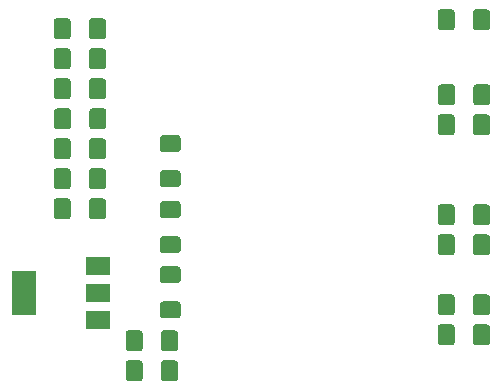
<source format=gbr>
G04 #@! TF.GenerationSoftware,KiCad,Pcbnew,(5.1.5-0-10_14)*
G04 #@! TF.CreationDate,2020-05-14T12:08:37+02:00*
G04 #@! TF.ProjectId,usbasp,75736261-7370-42e6-9b69-6361645f7063,rev?*
G04 #@! TF.SameCoordinates,Original*
G04 #@! TF.FileFunction,Paste,Top*
G04 #@! TF.FilePolarity,Positive*
%FSLAX46Y46*%
G04 Gerber Fmt 4.6, Leading zero omitted, Abs format (unit mm)*
G04 Created by KiCad (PCBNEW (5.1.5-0-10_14)) date 2020-05-14 12:08:37*
%MOMM*%
%LPD*%
G04 APERTURE LIST*
%ADD10C,0.100000*%
%ADD11R,2.000000X3.800000*%
%ADD12R,2.000000X1.500000*%
G04 APERTURE END LIST*
D10*
G36*
X150891504Y-46370204D02*
G01*
X150915773Y-46373804D01*
X150939571Y-46379765D01*
X150962671Y-46388030D01*
X150984849Y-46398520D01*
X151005893Y-46411133D01*
X151025598Y-46425747D01*
X151043777Y-46442223D01*
X151060253Y-46460402D01*
X151074867Y-46480107D01*
X151087480Y-46501151D01*
X151097970Y-46523329D01*
X151106235Y-46546429D01*
X151112196Y-46570227D01*
X151115796Y-46594496D01*
X151117000Y-46619000D01*
X151117000Y-47869000D01*
X151115796Y-47893504D01*
X151112196Y-47917773D01*
X151106235Y-47941571D01*
X151097970Y-47964671D01*
X151087480Y-47986849D01*
X151074867Y-48007893D01*
X151060253Y-48027598D01*
X151043777Y-48045777D01*
X151025598Y-48062253D01*
X151005893Y-48076867D01*
X150984849Y-48089480D01*
X150962671Y-48099970D01*
X150939571Y-48108235D01*
X150915773Y-48114196D01*
X150891504Y-48117796D01*
X150867000Y-48119000D01*
X149942000Y-48119000D01*
X149917496Y-48117796D01*
X149893227Y-48114196D01*
X149869429Y-48108235D01*
X149846329Y-48099970D01*
X149824151Y-48089480D01*
X149803107Y-48076867D01*
X149783402Y-48062253D01*
X149765223Y-48045777D01*
X149748747Y-48027598D01*
X149734133Y-48007893D01*
X149721520Y-47986849D01*
X149711030Y-47964671D01*
X149702765Y-47941571D01*
X149696804Y-47917773D01*
X149693204Y-47893504D01*
X149692000Y-47869000D01*
X149692000Y-46619000D01*
X149693204Y-46594496D01*
X149696804Y-46570227D01*
X149702765Y-46546429D01*
X149711030Y-46523329D01*
X149721520Y-46501151D01*
X149734133Y-46480107D01*
X149748747Y-46460402D01*
X149765223Y-46442223D01*
X149783402Y-46425747D01*
X149803107Y-46411133D01*
X149824151Y-46398520D01*
X149846329Y-46388030D01*
X149869429Y-46379765D01*
X149893227Y-46373804D01*
X149917496Y-46370204D01*
X149942000Y-46369000D01*
X150867000Y-46369000D01*
X150891504Y-46370204D01*
G37*
G36*
X153866504Y-46370204D02*
G01*
X153890773Y-46373804D01*
X153914571Y-46379765D01*
X153937671Y-46388030D01*
X153959849Y-46398520D01*
X153980893Y-46411133D01*
X154000598Y-46425747D01*
X154018777Y-46442223D01*
X154035253Y-46460402D01*
X154049867Y-46480107D01*
X154062480Y-46501151D01*
X154072970Y-46523329D01*
X154081235Y-46546429D01*
X154087196Y-46570227D01*
X154090796Y-46594496D01*
X154092000Y-46619000D01*
X154092000Y-47869000D01*
X154090796Y-47893504D01*
X154087196Y-47917773D01*
X154081235Y-47941571D01*
X154072970Y-47964671D01*
X154062480Y-47986849D01*
X154049867Y-48007893D01*
X154035253Y-48027598D01*
X154018777Y-48045777D01*
X154000598Y-48062253D01*
X153980893Y-48076867D01*
X153959849Y-48089480D01*
X153937671Y-48099970D01*
X153914571Y-48108235D01*
X153890773Y-48114196D01*
X153866504Y-48117796D01*
X153842000Y-48119000D01*
X152917000Y-48119000D01*
X152892496Y-48117796D01*
X152868227Y-48114196D01*
X152844429Y-48108235D01*
X152821329Y-48099970D01*
X152799151Y-48089480D01*
X152778107Y-48076867D01*
X152758402Y-48062253D01*
X152740223Y-48045777D01*
X152723747Y-48027598D01*
X152709133Y-48007893D01*
X152696520Y-47986849D01*
X152686030Y-47964671D01*
X152677765Y-47941571D01*
X152671804Y-47917773D01*
X152668204Y-47893504D01*
X152667000Y-47869000D01*
X152667000Y-46619000D01*
X152668204Y-46594496D01*
X152671804Y-46570227D01*
X152677765Y-46546429D01*
X152686030Y-46523329D01*
X152696520Y-46501151D01*
X152709133Y-46480107D01*
X152723747Y-46460402D01*
X152740223Y-46442223D01*
X152758402Y-46425747D01*
X152778107Y-46411133D01*
X152799151Y-46398520D01*
X152821329Y-46388030D01*
X152844429Y-46379765D01*
X152868227Y-46373804D01*
X152892496Y-46370204D01*
X152917000Y-46369000D01*
X153842000Y-46369000D01*
X153866504Y-46370204D01*
G37*
G36*
X127414004Y-69738204D02*
G01*
X127438273Y-69741804D01*
X127462071Y-69747765D01*
X127485171Y-69756030D01*
X127507349Y-69766520D01*
X127528393Y-69779133D01*
X127548098Y-69793747D01*
X127566277Y-69810223D01*
X127582753Y-69828402D01*
X127597367Y-69848107D01*
X127609980Y-69869151D01*
X127620470Y-69891329D01*
X127628735Y-69914429D01*
X127634696Y-69938227D01*
X127638296Y-69962496D01*
X127639500Y-69987000D01*
X127639500Y-71237000D01*
X127638296Y-71261504D01*
X127634696Y-71285773D01*
X127628735Y-71309571D01*
X127620470Y-71332671D01*
X127609980Y-71354849D01*
X127597367Y-71375893D01*
X127582753Y-71395598D01*
X127566277Y-71413777D01*
X127548098Y-71430253D01*
X127528393Y-71444867D01*
X127507349Y-71457480D01*
X127485171Y-71467970D01*
X127462071Y-71476235D01*
X127438273Y-71482196D01*
X127414004Y-71485796D01*
X127389500Y-71487000D01*
X126464500Y-71487000D01*
X126439996Y-71485796D01*
X126415727Y-71482196D01*
X126391929Y-71476235D01*
X126368829Y-71467970D01*
X126346651Y-71457480D01*
X126325607Y-71444867D01*
X126305902Y-71430253D01*
X126287723Y-71413777D01*
X126271247Y-71395598D01*
X126256633Y-71375893D01*
X126244020Y-71354849D01*
X126233530Y-71332671D01*
X126225265Y-71309571D01*
X126219304Y-71285773D01*
X126215704Y-71261504D01*
X126214500Y-71237000D01*
X126214500Y-69987000D01*
X126215704Y-69962496D01*
X126219304Y-69938227D01*
X126225265Y-69914429D01*
X126233530Y-69891329D01*
X126244020Y-69869151D01*
X126256633Y-69848107D01*
X126271247Y-69828402D01*
X126287723Y-69810223D01*
X126305902Y-69793747D01*
X126325607Y-69779133D01*
X126346651Y-69766520D01*
X126368829Y-69756030D01*
X126391929Y-69747765D01*
X126415727Y-69741804D01*
X126439996Y-69738204D01*
X126464500Y-69737000D01*
X127389500Y-69737000D01*
X127414004Y-69738204D01*
G37*
G36*
X124439004Y-69738204D02*
G01*
X124463273Y-69741804D01*
X124487071Y-69747765D01*
X124510171Y-69756030D01*
X124532349Y-69766520D01*
X124553393Y-69779133D01*
X124573098Y-69793747D01*
X124591277Y-69810223D01*
X124607753Y-69828402D01*
X124622367Y-69848107D01*
X124634980Y-69869151D01*
X124645470Y-69891329D01*
X124653735Y-69914429D01*
X124659696Y-69938227D01*
X124663296Y-69962496D01*
X124664500Y-69987000D01*
X124664500Y-71237000D01*
X124663296Y-71261504D01*
X124659696Y-71285773D01*
X124653735Y-71309571D01*
X124645470Y-71332671D01*
X124634980Y-71354849D01*
X124622367Y-71375893D01*
X124607753Y-71395598D01*
X124591277Y-71413777D01*
X124573098Y-71430253D01*
X124553393Y-71444867D01*
X124532349Y-71457480D01*
X124510171Y-71467970D01*
X124487071Y-71476235D01*
X124463273Y-71482196D01*
X124439004Y-71485796D01*
X124414500Y-71487000D01*
X123489500Y-71487000D01*
X123464996Y-71485796D01*
X123440727Y-71482196D01*
X123416929Y-71476235D01*
X123393829Y-71467970D01*
X123371651Y-71457480D01*
X123350607Y-71444867D01*
X123330902Y-71430253D01*
X123312723Y-71413777D01*
X123296247Y-71395598D01*
X123281633Y-71375893D01*
X123269020Y-71354849D01*
X123258530Y-71332671D01*
X123250265Y-71309571D01*
X123244304Y-71285773D01*
X123240704Y-71261504D01*
X123239500Y-71237000D01*
X123239500Y-69987000D01*
X123240704Y-69962496D01*
X123244304Y-69938227D01*
X123250265Y-69914429D01*
X123258530Y-69891329D01*
X123269020Y-69869151D01*
X123281633Y-69848107D01*
X123296247Y-69828402D01*
X123312723Y-69810223D01*
X123330902Y-69793747D01*
X123350607Y-69779133D01*
X123371651Y-69766520D01*
X123393829Y-69756030D01*
X123416929Y-69747765D01*
X123440727Y-69741804D01*
X123464996Y-69738204D01*
X123489500Y-69737000D01*
X124414500Y-69737000D01*
X124439004Y-69738204D01*
G37*
D11*
X114604000Y-64008000D03*
D12*
X120904000Y-64008000D03*
X120904000Y-61708000D03*
X120904000Y-66308000D03*
D10*
G36*
X118343004Y-53482204D02*
G01*
X118367273Y-53485804D01*
X118391071Y-53491765D01*
X118414171Y-53500030D01*
X118436349Y-53510520D01*
X118457393Y-53523133D01*
X118477098Y-53537747D01*
X118495277Y-53554223D01*
X118511753Y-53572402D01*
X118526367Y-53592107D01*
X118538980Y-53613151D01*
X118549470Y-53635329D01*
X118557735Y-53658429D01*
X118563696Y-53682227D01*
X118567296Y-53706496D01*
X118568500Y-53731000D01*
X118568500Y-54981000D01*
X118567296Y-55005504D01*
X118563696Y-55029773D01*
X118557735Y-55053571D01*
X118549470Y-55076671D01*
X118538980Y-55098849D01*
X118526367Y-55119893D01*
X118511753Y-55139598D01*
X118495277Y-55157777D01*
X118477098Y-55174253D01*
X118457393Y-55188867D01*
X118436349Y-55201480D01*
X118414171Y-55211970D01*
X118391071Y-55220235D01*
X118367273Y-55226196D01*
X118343004Y-55229796D01*
X118318500Y-55231000D01*
X117393500Y-55231000D01*
X117368996Y-55229796D01*
X117344727Y-55226196D01*
X117320929Y-55220235D01*
X117297829Y-55211970D01*
X117275651Y-55201480D01*
X117254607Y-55188867D01*
X117234902Y-55174253D01*
X117216723Y-55157777D01*
X117200247Y-55139598D01*
X117185633Y-55119893D01*
X117173020Y-55098849D01*
X117162530Y-55076671D01*
X117154265Y-55053571D01*
X117148304Y-55029773D01*
X117144704Y-55005504D01*
X117143500Y-54981000D01*
X117143500Y-53731000D01*
X117144704Y-53706496D01*
X117148304Y-53682227D01*
X117154265Y-53658429D01*
X117162530Y-53635329D01*
X117173020Y-53613151D01*
X117185633Y-53592107D01*
X117200247Y-53572402D01*
X117216723Y-53554223D01*
X117234902Y-53537747D01*
X117254607Y-53523133D01*
X117275651Y-53510520D01*
X117297829Y-53500030D01*
X117320929Y-53491765D01*
X117344727Y-53485804D01*
X117368996Y-53482204D01*
X117393500Y-53481000D01*
X118318500Y-53481000D01*
X118343004Y-53482204D01*
G37*
G36*
X121318004Y-53482204D02*
G01*
X121342273Y-53485804D01*
X121366071Y-53491765D01*
X121389171Y-53500030D01*
X121411349Y-53510520D01*
X121432393Y-53523133D01*
X121452098Y-53537747D01*
X121470277Y-53554223D01*
X121486753Y-53572402D01*
X121501367Y-53592107D01*
X121513980Y-53613151D01*
X121524470Y-53635329D01*
X121532735Y-53658429D01*
X121538696Y-53682227D01*
X121542296Y-53706496D01*
X121543500Y-53731000D01*
X121543500Y-54981000D01*
X121542296Y-55005504D01*
X121538696Y-55029773D01*
X121532735Y-55053571D01*
X121524470Y-55076671D01*
X121513980Y-55098849D01*
X121501367Y-55119893D01*
X121486753Y-55139598D01*
X121470277Y-55157777D01*
X121452098Y-55174253D01*
X121432393Y-55188867D01*
X121411349Y-55201480D01*
X121389171Y-55211970D01*
X121366071Y-55220235D01*
X121342273Y-55226196D01*
X121318004Y-55229796D01*
X121293500Y-55231000D01*
X120368500Y-55231000D01*
X120343996Y-55229796D01*
X120319727Y-55226196D01*
X120295929Y-55220235D01*
X120272829Y-55211970D01*
X120250651Y-55201480D01*
X120229607Y-55188867D01*
X120209902Y-55174253D01*
X120191723Y-55157777D01*
X120175247Y-55139598D01*
X120160633Y-55119893D01*
X120148020Y-55098849D01*
X120137530Y-55076671D01*
X120129265Y-55053571D01*
X120123304Y-55029773D01*
X120119704Y-55005504D01*
X120118500Y-54981000D01*
X120118500Y-53731000D01*
X120119704Y-53706496D01*
X120123304Y-53682227D01*
X120129265Y-53658429D01*
X120137530Y-53635329D01*
X120148020Y-53613151D01*
X120160633Y-53592107D01*
X120175247Y-53572402D01*
X120191723Y-53554223D01*
X120209902Y-53537747D01*
X120229607Y-53523133D01*
X120250651Y-53510520D01*
X120272829Y-53500030D01*
X120295929Y-53491765D01*
X120319727Y-53485804D01*
X120343996Y-53482204D01*
X120368500Y-53481000D01*
X121293500Y-53481000D01*
X121318004Y-53482204D01*
G37*
G36*
X118343004Y-56022204D02*
G01*
X118367273Y-56025804D01*
X118391071Y-56031765D01*
X118414171Y-56040030D01*
X118436349Y-56050520D01*
X118457393Y-56063133D01*
X118477098Y-56077747D01*
X118495277Y-56094223D01*
X118511753Y-56112402D01*
X118526367Y-56132107D01*
X118538980Y-56153151D01*
X118549470Y-56175329D01*
X118557735Y-56198429D01*
X118563696Y-56222227D01*
X118567296Y-56246496D01*
X118568500Y-56271000D01*
X118568500Y-57521000D01*
X118567296Y-57545504D01*
X118563696Y-57569773D01*
X118557735Y-57593571D01*
X118549470Y-57616671D01*
X118538980Y-57638849D01*
X118526367Y-57659893D01*
X118511753Y-57679598D01*
X118495277Y-57697777D01*
X118477098Y-57714253D01*
X118457393Y-57728867D01*
X118436349Y-57741480D01*
X118414171Y-57751970D01*
X118391071Y-57760235D01*
X118367273Y-57766196D01*
X118343004Y-57769796D01*
X118318500Y-57771000D01*
X117393500Y-57771000D01*
X117368996Y-57769796D01*
X117344727Y-57766196D01*
X117320929Y-57760235D01*
X117297829Y-57751970D01*
X117275651Y-57741480D01*
X117254607Y-57728867D01*
X117234902Y-57714253D01*
X117216723Y-57697777D01*
X117200247Y-57679598D01*
X117185633Y-57659893D01*
X117173020Y-57638849D01*
X117162530Y-57616671D01*
X117154265Y-57593571D01*
X117148304Y-57569773D01*
X117144704Y-57545504D01*
X117143500Y-57521000D01*
X117143500Y-56271000D01*
X117144704Y-56246496D01*
X117148304Y-56222227D01*
X117154265Y-56198429D01*
X117162530Y-56175329D01*
X117173020Y-56153151D01*
X117185633Y-56132107D01*
X117200247Y-56112402D01*
X117216723Y-56094223D01*
X117234902Y-56077747D01*
X117254607Y-56063133D01*
X117275651Y-56050520D01*
X117297829Y-56040030D01*
X117320929Y-56031765D01*
X117344727Y-56025804D01*
X117368996Y-56022204D01*
X117393500Y-56021000D01*
X118318500Y-56021000D01*
X118343004Y-56022204D01*
G37*
G36*
X121318004Y-56022204D02*
G01*
X121342273Y-56025804D01*
X121366071Y-56031765D01*
X121389171Y-56040030D01*
X121411349Y-56050520D01*
X121432393Y-56063133D01*
X121452098Y-56077747D01*
X121470277Y-56094223D01*
X121486753Y-56112402D01*
X121501367Y-56132107D01*
X121513980Y-56153151D01*
X121524470Y-56175329D01*
X121532735Y-56198429D01*
X121538696Y-56222227D01*
X121542296Y-56246496D01*
X121543500Y-56271000D01*
X121543500Y-57521000D01*
X121542296Y-57545504D01*
X121538696Y-57569773D01*
X121532735Y-57593571D01*
X121524470Y-57616671D01*
X121513980Y-57638849D01*
X121501367Y-57659893D01*
X121486753Y-57679598D01*
X121470277Y-57697777D01*
X121452098Y-57714253D01*
X121432393Y-57728867D01*
X121411349Y-57741480D01*
X121389171Y-57751970D01*
X121366071Y-57760235D01*
X121342273Y-57766196D01*
X121318004Y-57769796D01*
X121293500Y-57771000D01*
X120368500Y-57771000D01*
X120343996Y-57769796D01*
X120319727Y-57766196D01*
X120295929Y-57760235D01*
X120272829Y-57751970D01*
X120250651Y-57741480D01*
X120229607Y-57728867D01*
X120209902Y-57714253D01*
X120191723Y-57697777D01*
X120175247Y-57679598D01*
X120160633Y-57659893D01*
X120148020Y-57638849D01*
X120137530Y-57616671D01*
X120129265Y-57593571D01*
X120123304Y-57569773D01*
X120119704Y-57545504D01*
X120118500Y-57521000D01*
X120118500Y-56271000D01*
X120119704Y-56246496D01*
X120123304Y-56222227D01*
X120129265Y-56198429D01*
X120137530Y-56175329D01*
X120148020Y-56153151D01*
X120160633Y-56132107D01*
X120175247Y-56112402D01*
X120191723Y-56094223D01*
X120209902Y-56077747D01*
X120229607Y-56063133D01*
X120250651Y-56050520D01*
X120272829Y-56040030D01*
X120295929Y-56031765D01*
X120319727Y-56025804D01*
X120343996Y-56022204D01*
X120368500Y-56021000D01*
X121293500Y-56021000D01*
X121318004Y-56022204D01*
G37*
G36*
X127649504Y-50669704D02*
G01*
X127673773Y-50673304D01*
X127697571Y-50679265D01*
X127720671Y-50687530D01*
X127742849Y-50698020D01*
X127763893Y-50710633D01*
X127783598Y-50725247D01*
X127801777Y-50741723D01*
X127818253Y-50759902D01*
X127832867Y-50779607D01*
X127845480Y-50800651D01*
X127855970Y-50822829D01*
X127864235Y-50845929D01*
X127870196Y-50869727D01*
X127873796Y-50893996D01*
X127875000Y-50918500D01*
X127875000Y-51843500D01*
X127873796Y-51868004D01*
X127870196Y-51892273D01*
X127864235Y-51916071D01*
X127855970Y-51939171D01*
X127845480Y-51961349D01*
X127832867Y-51982393D01*
X127818253Y-52002098D01*
X127801777Y-52020277D01*
X127783598Y-52036753D01*
X127763893Y-52051367D01*
X127742849Y-52063980D01*
X127720671Y-52074470D01*
X127697571Y-52082735D01*
X127673773Y-52088696D01*
X127649504Y-52092296D01*
X127625000Y-52093500D01*
X126375000Y-52093500D01*
X126350496Y-52092296D01*
X126326227Y-52088696D01*
X126302429Y-52082735D01*
X126279329Y-52074470D01*
X126257151Y-52063980D01*
X126236107Y-52051367D01*
X126216402Y-52036753D01*
X126198223Y-52020277D01*
X126181747Y-52002098D01*
X126167133Y-51982393D01*
X126154520Y-51961349D01*
X126144030Y-51939171D01*
X126135765Y-51916071D01*
X126129804Y-51892273D01*
X126126204Y-51868004D01*
X126125000Y-51843500D01*
X126125000Y-50918500D01*
X126126204Y-50893996D01*
X126129804Y-50869727D01*
X126135765Y-50845929D01*
X126144030Y-50822829D01*
X126154520Y-50800651D01*
X126167133Y-50779607D01*
X126181747Y-50759902D01*
X126198223Y-50741723D01*
X126216402Y-50725247D01*
X126236107Y-50710633D01*
X126257151Y-50698020D01*
X126279329Y-50687530D01*
X126302429Y-50679265D01*
X126326227Y-50673304D01*
X126350496Y-50669704D01*
X126375000Y-50668500D01*
X127625000Y-50668500D01*
X127649504Y-50669704D01*
G37*
G36*
X127649504Y-53644704D02*
G01*
X127673773Y-53648304D01*
X127697571Y-53654265D01*
X127720671Y-53662530D01*
X127742849Y-53673020D01*
X127763893Y-53685633D01*
X127783598Y-53700247D01*
X127801777Y-53716723D01*
X127818253Y-53734902D01*
X127832867Y-53754607D01*
X127845480Y-53775651D01*
X127855970Y-53797829D01*
X127864235Y-53820929D01*
X127870196Y-53844727D01*
X127873796Y-53868996D01*
X127875000Y-53893500D01*
X127875000Y-54818500D01*
X127873796Y-54843004D01*
X127870196Y-54867273D01*
X127864235Y-54891071D01*
X127855970Y-54914171D01*
X127845480Y-54936349D01*
X127832867Y-54957393D01*
X127818253Y-54977098D01*
X127801777Y-54995277D01*
X127783598Y-55011753D01*
X127763893Y-55026367D01*
X127742849Y-55038980D01*
X127720671Y-55049470D01*
X127697571Y-55057735D01*
X127673773Y-55063696D01*
X127649504Y-55067296D01*
X127625000Y-55068500D01*
X126375000Y-55068500D01*
X126350496Y-55067296D01*
X126326227Y-55063696D01*
X126302429Y-55057735D01*
X126279329Y-55049470D01*
X126257151Y-55038980D01*
X126236107Y-55026367D01*
X126216402Y-55011753D01*
X126198223Y-54995277D01*
X126181747Y-54977098D01*
X126167133Y-54957393D01*
X126154520Y-54936349D01*
X126144030Y-54914171D01*
X126135765Y-54891071D01*
X126129804Y-54867273D01*
X126126204Y-54843004D01*
X126125000Y-54818500D01*
X126125000Y-53893500D01*
X126126204Y-53868996D01*
X126129804Y-53844727D01*
X126135765Y-53820929D01*
X126144030Y-53797829D01*
X126154520Y-53775651D01*
X126167133Y-53754607D01*
X126181747Y-53734902D01*
X126198223Y-53716723D01*
X126216402Y-53700247D01*
X126236107Y-53685633D01*
X126257151Y-53673020D01*
X126279329Y-53662530D01*
X126302429Y-53654265D01*
X126326227Y-53648304D01*
X126350496Y-53644704D01*
X126375000Y-53643500D01*
X127625000Y-53643500D01*
X127649504Y-53644704D01*
G37*
G36*
X127649504Y-61772704D02*
G01*
X127673773Y-61776304D01*
X127697571Y-61782265D01*
X127720671Y-61790530D01*
X127742849Y-61801020D01*
X127763893Y-61813633D01*
X127783598Y-61828247D01*
X127801777Y-61844723D01*
X127818253Y-61862902D01*
X127832867Y-61882607D01*
X127845480Y-61903651D01*
X127855970Y-61925829D01*
X127864235Y-61948929D01*
X127870196Y-61972727D01*
X127873796Y-61996996D01*
X127875000Y-62021500D01*
X127875000Y-62946500D01*
X127873796Y-62971004D01*
X127870196Y-62995273D01*
X127864235Y-63019071D01*
X127855970Y-63042171D01*
X127845480Y-63064349D01*
X127832867Y-63085393D01*
X127818253Y-63105098D01*
X127801777Y-63123277D01*
X127783598Y-63139753D01*
X127763893Y-63154367D01*
X127742849Y-63166980D01*
X127720671Y-63177470D01*
X127697571Y-63185735D01*
X127673773Y-63191696D01*
X127649504Y-63195296D01*
X127625000Y-63196500D01*
X126375000Y-63196500D01*
X126350496Y-63195296D01*
X126326227Y-63191696D01*
X126302429Y-63185735D01*
X126279329Y-63177470D01*
X126257151Y-63166980D01*
X126236107Y-63154367D01*
X126216402Y-63139753D01*
X126198223Y-63123277D01*
X126181747Y-63105098D01*
X126167133Y-63085393D01*
X126154520Y-63064349D01*
X126144030Y-63042171D01*
X126135765Y-63019071D01*
X126129804Y-62995273D01*
X126126204Y-62971004D01*
X126125000Y-62946500D01*
X126125000Y-62021500D01*
X126126204Y-61996996D01*
X126129804Y-61972727D01*
X126135765Y-61948929D01*
X126144030Y-61925829D01*
X126154520Y-61903651D01*
X126167133Y-61882607D01*
X126181747Y-61862902D01*
X126198223Y-61844723D01*
X126216402Y-61828247D01*
X126236107Y-61813633D01*
X126257151Y-61801020D01*
X126279329Y-61790530D01*
X126302429Y-61782265D01*
X126326227Y-61776304D01*
X126350496Y-61772704D01*
X126375000Y-61771500D01*
X127625000Y-61771500D01*
X127649504Y-61772704D01*
G37*
G36*
X127649504Y-64747704D02*
G01*
X127673773Y-64751304D01*
X127697571Y-64757265D01*
X127720671Y-64765530D01*
X127742849Y-64776020D01*
X127763893Y-64788633D01*
X127783598Y-64803247D01*
X127801777Y-64819723D01*
X127818253Y-64837902D01*
X127832867Y-64857607D01*
X127845480Y-64878651D01*
X127855970Y-64900829D01*
X127864235Y-64923929D01*
X127870196Y-64947727D01*
X127873796Y-64971996D01*
X127875000Y-64996500D01*
X127875000Y-65921500D01*
X127873796Y-65946004D01*
X127870196Y-65970273D01*
X127864235Y-65994071D01*
X127855970Y-66017171D01*
X127845480Y-66039349D01*
X127832867Y-66060393D01*
X127818253Y-66080098D01*
X127801777Y-66098277D01*
X127783598Y-66114753D01*
X127763893Y-66129367D01*
X127742849Y-66141980D01*
X127720671Y-66152470D01*
X127697571Y-66160735D01*
X127673773Y-66166696D01*
X127649504Y-66170296D01*
X127625000Y-66171500D01*
X126375000Y-66171500D01*
X126350496Y-66170296D01*
X126326227Y-66166696D01*
X126302429Y-66160735D01*
X126279329Y-66152470D01*
X126257151Y-66141980D01*
X126236107Y-66129367D01*
X126216402Y-66114753D01*
X126198223Y-66098277D01*
X126181747Y-66080098D01*
X126167133Y-66060393D01*
X126154520Y-66039349D01*
X126144030Y-66017171D01*
X126135765Y-65994071D01*
X126129804Y-65970273D01*
X126126204Y-65946004D01*
X126125000Y-65921500D01*
X126125000Y-64996500D01*
X126126204Y-64971996D01*
X126129804Y-64947727D01*
X126135765Y-64923929D01*
X126144030Y-64900829D01*
X126154520Y-64878651D01*
X126167133Y-64857607D01*
X126181747Y-64837902D01*
X126198223Y-64819723D01*
X126216402Y-64803247D01*
X126236107Y-64788633D01*
X126257151Y-64776020D01*
X126279329Y-64765530D01*
X126302429Y-64757265D01*
X126326227Y-64751304D01*
X126350496Y-64747704D01*
X126375000Y-64746500D01*
X127625000Y-64746500D01*
X127649504Y-64747704D01*
G37*
G36*
X124439004Y-67198204D02*
G01*
X124463273Y-67201804D01*
X124487071Y-67207765D01*
X124510171Y-67216030D01*
X124532349Y-67226520D01*
X124553393Y-67239133D01*
X124573098Y-67253747D01*
X124591277Y-67270223D01*
X124607753Y-67288402D01*
X124622367Y-67308107D01*
X124634980Y-67329151D01*
X124645470Y-67351329D01*
X124653735Y-67374429D01*
X124659696Y-67398227D01*
X124663296Y-67422496D01*
X124664500Y-67447000D01*
X124664500Y-68697000D01*
X124663296Y-68721504D01*
X124659696Y-68745773D01*
X124653735Y-68769571D01*
X124645470Y-68792671D01*
X124634980Y-68814849D01*
X124622367Y-68835893D01*
X124607753Y-68855598D01*
X124591277Y-68873777D01*
X124573098Y-68890253D01*
X124553393Y-68904867D01*
X124532349Y-68917480D01*
X124510171Y-68927970D01*
X124487071Y-68936235D01*
X124463273Y-68942196D01*
X124439004Y-68945796D01*
X124414500Y-68947000D01*
X123489500Y-68947000D01*
X123464996Y-68945796D01*
X123440727Y-68942196D01*
X123416929Y-68936235D01*
X123393829Y-68927970D01*
X123371651Y-68917480D01*
X123350607Y-68904867D01*
X123330902Y-68890253D01*
X123312723Y-68873777D01*
X123296247Y-68855598D01*
X123281633Y-68835893D01*
X123269020Y-68814849D01*
X123258530Y-68792671D01*
X123250265Y-68769571D01*
X123244304Y-68745773D01*
X123240704Y-68721504D01*
X123239500Y-68697000D01*
X123239500Y-67447000D01*
X123240704Y-67422496D01*
X123244304Y-67398227D01*
X123250265Y-67374429D01*
X123258530Y-67351329D01*
X123269020Y-67329151D01*
X123281633Y-67308107D01*
X123296247Y-67288402D01*
X123312723Y-67270223D01*
X123330902Y-67253747D01*
X123350607Y-67239133D01*
X123371651Y-67226520D01*
X123393829Y-67216030D01*
X123416929Y-67207765D01*
X123440727Y-67201804D01*
X123464996Y-67198204D01*
X123489500Y-67197000D01*
X124414500Y-67197000D01*
X124439004Y-67198204D01*
G37*
G36*
X127414004Y-67198204D02*
G01*
X127438273Y-67201804D01*
X127462071Y-67207765D01*
X127485171Y-67216030D01*
X127507349Y-67226520D01*
X127528393Y-67239133D01*
X127548098Y-67253747D01*
X127566277Y-67270223D01*
X127582753Y-67288402D01*
X127597367Y-67308107D01*
X127609980Y-67329151D01*
X127620470Y-67351329D01*
X127628735Y-67374429D01*
X127634696Y-67398227D01*
X127638296Y-67422496D01*
X127639500Y-67447000D01*
X127639500Y-68697000D01*
X127638296Y-68721504D01*
X127634696Y-68745773D01*
X127628735Y-68769571D01*
X127620470Y-68792671D01*
X127609980Y-68814849D01*
X127597367Y-68835893D01*
X127582753Y-68855598D01*
X127566277Y-68873777D01*
X127548098Y-68890253D01*
X127528393Y-68904867D01*
X127507349Y-68917480D01*
X127485171Y-68927970D01*
X127462071Y-68936235D01*
X127438273Y-68942196D01*
X127414004Y-68945796D01*
X127389500Y-68947000D01*
X126464500Y-68947000D01*
X126439996Y-68945796D01*
X126415727Y-68942196D01*
X126391929Y-68936235D01*
X126368829Y-68927970D01*
X126346651Y-68917480D01*
X126325607Y-68904867D01*
X126305902Y-68890253D01*
X126287723Y-68873777D01*
X126271247Y-68855598D01*
X126256633Y-68835893D01*
X126244020Y-68814849D01*
X126233530Y-68792671D01*
X126225265Y-68769571D01*
X126219304Y-68745773D01*
X126215704Y-68721504D01*
X126214500Y-68697000D01*
X126214500Y-67447000D01*
X126215704Y-67422496D01*
X126219304Y-67398227D01*
X126225265Y-67374429D01*
X126233530Y-67351329D01*
X126244020Y-67329151D01*
X126256633Y-67308107D01*
X126271247Y-67288402D01*
X126287723Y-67270223D01*
X126305902Y-67253747D01*
X126325607Y-67239133D01*
X126346651Y-67226520D01*
X126368829Y-67216030D01*
X126391929Y-67207765D01*
X126415727Y-67201804D01*
X126439996Y-67198204D01*
X126464500Y-67197000D01*
X127389500Y-67197000D01*
X127414004Y-67198204D01*
G37*
G36*
X118379504Y-48402204D02*
G01*
X118403773Y-48405804D01*
X118427571Y-48411765D01*
X118450671Y-48420030D01*
X118472849Y-48430520D01*
X118493893Y-48443133D01*
X118513598Y-48457747D01*
X118531777Y-48474223D01*
X118548253Y-48492402D01*
X118562867Y-48512107D01*
X118575480Y-48533151D01*
X118585970Y-48555329D01*
X118594235Y-48578429D01*
X118600196Y-48602227D01*
X118603796Y-48626496D01*
X118605000Y-48651000D01*
X118605000Y-49901000D01*
X118603796Y-49925504D01*
X118600196Y-49949773D01*
X118594235Y-49973571D01*
X118585970Y-49996671D01*
X118575480Y-50018849D01*
X118562867Y-50039893D01*
X118548253Y-50059598D01*
X118531777Y-50077777D01*
X118513598Y-50094253D01*
X118493893Y-50108867D01*
X118472849Y-50121480D01*
X118450671Y-50131970D01*
X118427571Y-50140235D01*
X118403773Y-50146196D01*
X118379504Y-50149796D01*
X118355000Y-50151000D01*
X117430000Y-50151000D01*
X117405496Y-50149796D01*
X117381227Y-50146196D01*
X117357429Y-50140235D01*
X117334329Y-50131970D01*
X117312151Y-50121480D01*
X117291107Y-50108867D01*
X117271402Y-50094253D01*
X117253223Y-50077777D01*
X117236747Y-50059598D01*
X117222133Y-50039893D01*
X117209520Y-50018849D01*
X117199030Y-49996671D01*
X117190765Y-49973571D01*
X117184804Y-49949773D01*
X117181204Y-49925504D01*
X117180000Y-49901000D01*
X117180000Y-48651000D01*
X117181204Y-48626496D01*
X117184804Y-48602227D01*
X117190765Y-48578429D01*
X117199030Y-48555329D01*
X117209520Y-48533151D01*
X117222133Y-48512107D01*
X117236747Y-48492402D01*
X117253223Y-48474223D01*
X117271402Y-48457747D01*
X117291107Y-48443133D01*
X117312151Y-48430520D01*
X117334329Y-48420030D01*
X117357429Y-48411765D01*
X117381227Y-48405804D01*
X117405496Y-48402204D01*
X117430000Y-48401000D01*
X118355000Y-48401000D01*
X118379504Y-48402204D01*
G37*
G36*
X121354504Y-48402204D02*
G01*
X121378773Y-48405804D01*
X121402571Y-48411765D01*
X121425671Y-48420030D01*
X121447849Y-48430520D01*
X121468893Y-48443133D01*
X121488598Y-48457747D01*
X121506777Y-48474223D01*
X121523253Y-48492402D01*
X121537867Y-48512107D01*
X121550480Y-48533151D01*
X121560970Y-48555329D01*
X121569235Y-48578429D01*
X121575196Y-48602227D01*
X121578796Y-48626496D01*
X121580000Y-48651000D01*
X121580000Y-49901000D01*
X121578796Y-49925504D01*
X121575196Y-49949773D01*
X121569235Y-49973571D01*
X121560970Y-49996671D01*
X121550480Y-50018849D01*
X121537867Y-50039893D01*
X121523253Y-50059598D01*
X121506777Y-50077777D01*
X121488598Y-50094253D01*
X121468893Y-50108867D01*
X121447849Y-50121480D01*
X121425671Y-50131970D01*
X121402571Y-50140235D01*
X121378773Y-50146196D01*
X121354504Y-50149796D01*
X121330000Y-50151000D01*
X120405000Y-50151000D01*
X120380496Y-50149796D01*
X120356227Y-50146196D01*
X120332429Y-50140235D01*
X120309329Y-50131970D01*
X120287151Y-50121480D01*
X120266107Y-50108867D01*
X120246402Y-50094253D01*
X120228223Y-50077777D01*
X120211747Y-50059598D01*
X120197133Y-50039893D01*
X120184520Y-50018849D01*
X120174030Y-49996671D01*
X120165765Y-49973571D01*
X120159804Y-49949773D01*
X120156204Y-49925504D01*
X120155000Y-49901000D01*
X120155000Y-48651000D01*
X120156204Y-48626496D01*
X120159804Y-48602227D01*
X120165765Y-48578429D01*
X120174030Y-48555329D01*
X120184520Y-48533151D01*
X120197133Y-48512107D01*
X120211747Y-48492402D01*
X120228223Y-48474223D01*
X120246402Y-48457747D01*
X120266107Y-48443133D01*
X120287151Y-48430520D01*
X120309329Y-48420030D01*
X120332429Y-48411765D01*
X120356227Y-48405804D01*
X120380496Y-48402204D01*
X120405000Y-48401000D01*
X121330000Y-48401000D01*
X121354504Y-48402204D01*
G37*
G36*
X121318004Y-40782204D02*
G01*
X121342273Y-40785804D01*
X121366071Y-40791765D01*
X121389171Y-40800030D01*
X121411349Y-40810520D01*
X121432393Y-40823133D01*
X121452098Y-40837747D01*
X121470277Y-40854223D01*
X121486753Y-40872402D01*
X121501367Y-40892107D01*
X121513980Y-40913151D01*
X121524470Y-40935329D01*
X121532735Y-40958429D01*
X121538696Y-40982227D01*
X121542296Y-41006496D01*
X121543500Y-41031000D01*
X121543500Y-42281000D01*
X121542296Y-42305504D01*
X121538696Y-42329773D01*
X121532735Y-42353571D01*
X121524470Y-42376671D01*
X121513980Y-42398849D01*
X121501367Y-42419893D01*
X121486753Y-42439598D01*
X121470277Y-42457777D01*
X121452098Y-42474253D01*
X121432393Y-42488867D01*
X121411349Y-42501480D01*
X121389171Y-42511970D01*
X121366071Y-42520235D01*
X121342273Y-42526196D01*
X121318004Y-42529796D01*
X121293500Y-42531000D01*
X120368500Y-42531000D01*
X120343996Y-42529796D01*
X120319727Y-42526196D01*
X120295929Y-42520235D01*
X120272829Y-42511970D01*
X120250651Y-42501480D01*
X120229607Y-42488867D01*
X120209902Y-42474253D01*
X120191723Y-42457777D01*
X120175247Y-42439598D01*
X120160633Y-42419893D01*
X120148020Y-42398849D01*
X120137530Y-42376671D01*
X120129265Y-42353571D01*
X120123304Y-42329773D01*
X120119704Y-42305504D01*
X120118500Y-42281000D01*
X120118500Y-41031000D01*
X120119704Y-41006496D01*
X120123304Y-40982227D01*
X120129265Y-40958429D01*
X120137530Y-40935329D01*
X120148020Y-40913151D01*
X120160633Y-40892107D01*
X120175247Y-40872402D01*
X120191723Y-40854223D01*
X120209902Y-40837747D01*
X120229607Y-40823133D01*
X120250651Y-40810520D01*
X120272829Y-40800030D01*
X120295929Y-40791765D01*
X120319727Y-40785804D01*
X120343996Y-40782204D01*
X120368500Y-40781000D01*
X121293500Y-40781000D01*
X121318004Y-40782204D01*
G37*
G36*
X118343004Y-40782204D02*
G01*
X118367273Y-40785804D01*
X118391071Y-40791765D01*
X118414171Y-40800030D01*
X118436349Y-40810520D01*
X118457393Y-40823133D01*
X118477098Y-40837747D01*
X118495277Y-40854223D01*
X118511753Y-40872402D01*
X118526367Y-40892107D01*
X118538980Y-40913151D01*
X118549470Y-40935329D01*
X118557735Y-40958429D01*
X118563696Y-40982227D01*
X118567296Y-41006496D01*
X118568500Y-41031000D01*
X118568500Y-42281000D01*
X118567296Y-42305504D01*
X118563696Y-42329773D01*
X118557735Y-42353571D01*
X118549470Y-42376671D01*
X118538980Y-42398849D01*
X118526367Y-42419893D01*
X118511753Y-42439598D01*
X118495277Y-42457777D01*
X118477098Y-42474253D01*
X118457393Y-42488867D01*
X118436349Y-42501480D01*
X118414171Y-42511970D01*
X118391071Y-42520235D01*
X118367273Y-42526196D01*
X118343004Y-42529796D01*
X118318500Y-42531000D01*
X117393500Y-42531000D01*
X117368996Y-42529796D01*
X117344727Y-42526196D01*
X117320929Y-42520235D01*
X117297829Y-42511970D01*
X117275651Y-42501480D01*
X117254607Y-42488867D01*
X117234902Y-42474253D01*
X117216723Y-42457777D01*
X117200247Y-42439598D01*
X117185633Y-42419893D01*
X117173020Y-42398849D01*
X117162530Y-42376671D01*
X117154265Y-42353571D01*
X117148304Y-42329773D01*
X117144704Y-42305504D01*
X117143500Y-42281000D01*
X117143500Y-41031000D01*
X117144704Y-41006496D01*
X117148304Y-40982227D01*
X117154265Y-40958429D01*
X117162530Y-40935329D01*
X117173020Y-40913151D01*
X117185633Y-40892107D01*
X117200247Y-40872402D01*
X117216723Y-40854223D01*
X117234902Y-40837747D01*
X117254607Y-40823133D01*
X117275651Y-40810520D01*
X117297829Y-40800030D01*
X117320929Y-40791765D01*
X117344727Y-40785804D01*
X117368996Y-40782204D01*
X117393500Y-40781000D01*
X118318500Y-40781000D01*
X118343004Y-40782204D01*
G37*
G36*
X127649504Y-56257704D02*
G01*
X127673773Y-56261304D01*
X127697571Y-56267265D01*
X127720671Y-56275530D01*
X127742849Y-56286020D01*
X127763893Y-56298633D01*
X127783598Y-56313247D01*
X127801777Y-56329723D01*
X127818253Y-56347902D01*
X127832867Y-56367607D01*
X127845480Y-56388651D01*
X127855970Y-56410829D01*
X127864235Y-56433929D01*
X127870196Y-56457727D01*
X127873796Y-56481996D01*
X127875000Y-56506500D01*
X127875000Y-57431500D01*
X127873796Y-57456004D01*
X127870196Y-57480273D01*
X127864235Y-57504071D01*
X127855970Y-57527171D01*
X127845480Y-57549349D01*
X127832867Y-57570393D01*
X127818253Y-57590098D01*
X127801777Y-57608277D01*
X127783598Y-57624753D01*
X127763893Y-57639367D01*
X127742849Y-57651980D01*
X127720671Y-57662470D01*
X127697571Y-57670735D01*
X127673773Y-57676696D01*
X127649504Y-57680296D01*
X127625000Y-57681500D01*
X126375000Y-57681500D01*
X126350496Y-57680296D01*
X126326227Y-57676696D01*
X126302429Y-57670735D01*
X126279329Y-57662470D01*
X126257151Y-57651980D01*
X126236107Y-57639367D01*
X126216402Y-57624753D01*
X126198223Y-57608277D01*
X126181747Y-57590098D01*
X126167133Y-57570393D01*
X126154520Y-57549349D01*
X126144030Y-57527171D01*
X126135765Y-57504071D01*
X126129804Y-57480273D01*
X126126204Y-57456004D01*
X126125000Y-57431500D01*
X126125000Y-56506500D01*
X126126204Y-56481996D01*
X126129804Y-56457727D01*
X126135765Y-56433929D01*
X126144030Y-56410829D01*
X126154520Y-56388651D01*
X126167133Y-56367607D01*
X126181747Y-56347902D01*
X126198223Y-56329723D01*
X126216402Y-56313247D01*
X126236107Y-56298633D01*
X126257151Y-56286020D01*
X126279329Y-56275530D01*
X126302429Y-56267265D01*
X126326227Y-56261304D01*
X126350496Y-56257704D01*
X126375000Y-56256500D01*
X127625000Y-56256500D01*
X127649504Y-56257704D01*
G37*
G36*
X127649504Y-59232704D02*
G01*
X127673773Y-59236304D01*
X127697571Y-59242265D01*
X127720671Y-59250530D01*
X127742849Y-59261020D01*
X127763893Y-59273633D01*
X127783598Y-59288247D01*
X127801777Y-59304723D01*
X127818253Y-59322902D01*
X127832867Y-59342607D01*
X127845480Y-59363651D01*
X127855970Y-59385829D01*
X127864235Y-59408929D01*
X127870196Y-59432727D01*
X127873796Y-59456996D01*
X127875000Y-59481500D01*
X127875000Y-60406500D01*
X127873796Y-60431004D01*
X127870196Y-60455273D01*
X127864235Y-60479071D01*
X127855970Y-60502171D01*
X127845480Y-60524349D01*
X127832867Y-60545393D01*
X127818253Y-60565098D01*
X127801777Y-60583277D01*
X127783598Y-60599753D01*
X127763893Y-60614367D01*
X127742849Y-60626980D01*
X127720671Y-60637470D01*
X127697571Y-60645735D01*
X127673773Y-60651696D01*
X127649504Y-60655296D01*
X127625000Y-60656500D01*
X126375000Y-60656500D01*
X126350496Y-60655296D01*
X126326227Y-60651696D01*
X126302429Y-60645735D01*
X126279329Y-60637470D01*
X126257151Y-60626980D01*
X126236107Y-60614367D01*
X126216402Y-60599753D01*
X126198223Y-60583277D01*
X126181747Y-60565098D01*
X126167133Y-60545393D01*
X126154520Y-60524349D01*
X126144030Y-60502171D01*
X126135765Y-60479071D01*
X126129804Y-60455273D01*
X126126204Y-60431004D01*
X126125000Y-60406500D01*
X126125000Y-59481500D01*
X126126204Y-59456996D01*
X126129804Y-59432727D01*
X126135765Y-59408929D01*
X126144030Y-59385829D01*
X126154520Y-59363651D01*
X126167133Y-59342607D01*
X126181747Y-59322902D01*
X126198223Y-59304723D01*
X126216402Y-59288247D01*
X126236107Y-59273633D01*
X126257151Y-59261020D01*
X126279329Y-59250530D01*
X126302429Y-59242265D01*
X126326227Y-59236304D01*
X126350496Y-59232704D01*
X126375000Y-59231500D01*
X127625000Y-59231500D01*
X127649504Y-59232704D01*
G37*
G36*
X118343004Y-50942204D02*
G01*
X118367273Y-50945804D01*
X118391071Y-50951765D01*
X118414171Y-50960030D01*
X118436349Y-50970520D01*
X118457393Y-50983133D01*
X118477098Y-50997747D01*
X118495277Y-51014223D01*
X118511753Y-51032402D01*
X118526367Y-51052107D01*
X118538980Y-51073151D01*
X118549470Y-51095329D01*
X118557735Y-51118429D01*
X118563696Y-51142227D01*
X118567296Y-51166496D01*
X118568500Y-51191000D01*
X118568500Y-52441000D01*
X118567296Y-52465504D01*
X118563696Y-52489773D01*
X118557735Y-52513571D01*
X118549470Y-52536671D01*
X118538980Y-52558849D01*
X118526367Y-52579893D01*
X118511753Y-52599598D01*
X118495277Y-52617777D01*
X118477098Y-52634253D01*
X118457393Y-52648867D01*
X118436349Y-52661480D01*
X118414171Y-52671970D01*
X118391071Y-52680235D01*
X118367273Y-52686196D01*
X118343004Y-52689796D01*
X118318500Y-52691000D01*
X117393500Y-52691000D01*
X117368996Y-52689796D01*
X117344727Y-52686196D01*
X117320929Y-52680235D01*
X117297829Y-52671970D01*
X117275651Y-52661480D01*
X117254607Y-52648867D01*
X117234902Y-52634253D01*
X117216723Y-52617777D01*
X117200247Y-52599598D01*
X117185633Y-52579893D01*
X117173020Y-52558849D01*
X117162530Y-52536671D01*
X117154265Y-52513571D01*
X117148304Y-52489773D01*
X117144704Y-52465504D01*
X117143500Y-52441000D01*
X117143500Y-51191000D01*
X117144704Y-51166496D01*
X117148304Y-51142227D01*
X117154265Y-51118429D01*
X117162530Y-51095329D01*
X117173020Y-51073151D01*
X117185633Y-51052107D01*
X117200247Y-51032402D01*
X117216723Y-51014223D01*
X117234902Y-50997747D01*
X117254607Y-50983133D01*
X117275651Y-50970520D01*
X117297829Y-50960030D01*
X117320929Y-50951765D01*
X117344727Y-50945804D01*
X117368996Y-50942204D01*
X117393500Y-50941000D01*
X118318500Y-50941000D01*
X118343004Y-50942204D01*
G37*
G36*
X121318004Y-50942204D02*
G01*
X121342273Y-50945804D01*
X121366071Y-50951765D01*
X121389171Y-50960030D01*
X121411349Y-50970520D01*
X121432393Y-50983133D01*
X121452098Y-50997747D01*
X121470277Y-51014223D01*
X121486753Y-51032402D01*
X121501367Y-51052107D01*
X121513980Y-51073151D01*
X121524470Y-51095329D01*
X121532735Y-51118429D01*
X121538696Y-51142227D01*
X121542296Y-51166496D01*
X121543500Y-51191000D01*
X121543500Y-52441000D01*
X121542296Y-52465504D01*
X121538696Y-52489773D01*
X121532735Y-52513571D01*
X121524470Y-52536671D01*
X121513980Y-52558849D01*
X121501367Y-52579893D01*
X121486753Y-52599598D01*
X121470277Y-52617777D01*
X121452098Y-52634253D01*
X121432393Y-52648867D01*
X121411349Y-52661480D01*
X121389171Y-52671970D01*
X121366071Y-52680235D01*
X121342273Y-52686196D01*
X121318004Y-52689796D01*
X121293500Y-52691000D01*
X120368500Y-52691000D01*
X120343996Y-52689796D01*
X120319727Y-52686196D01*
X120295929Y-52680235D01*
X120272829Y-52671970D01*
X120250651Y-52661480D01*
X120229607Y-52648867D01*
X120209902Y-52634253D01*
X120191723Y-52617777D01*
X120175247Y-52599598D01*
X120160633Y-52579893D01*
X120148020Y-52558849D01*
X120137530Y-52536671D01*
X120129265Y-52513571D01*
X120123304Y-52489773D01*
X120119704Y-52465504D01*
X120118500Y-52441000D01*
X120118500Y-51191000D01*
X120119704Y-51166496D01*
X120123304Y-51142227D01*
X120129265Y-51118429D01*
X120137530Y-51095329D01*
X120148020Y-51073151D01*
X120160633Y-51052107D01*
X120175247Y-51032402D01*
X120191723Y-51014223D01*
X120209902Y-50997747D01*
X120229607Y-50983133D01*
X120250651Y-50970520D01*
X120272829Y-50960030D01*
X120295929Y-50951765D01*
X120319727Y-50945804D01*
X120343996Y-50942204D01*
X120368500Y-50941000D01*
X121293500Y-50941000D01*
X121318004Y-50942204D01*
G37*
G36*
X121318004Y-43322204D02*
G01*
X121342273Y-43325804D01*
X121366071Y-43331765D01*
X121389171Y-43340030D01*
X121411349Y-43350520D01*
X121432393Y-43363133D01*
X121452098Y-43377747D01*
X121470277Y-43394223D01*
X121486753Y-43412402D01*
X121501367Y-43432107D01*
X121513980Y-43453151D01*
X121524470Y-43475329D01*
X121532735Y-43498429D01*
X121538696Y-43522227D01*
X121542296Y-43546496D01*
X121543500Y-43571000D01*
X121543500Y-44821000D01*
X121542296Y-44845504D01*
X121538696Y-44869773D01*
X121532735Y-44893571D01*
X121524470Y-44916671D01*
X121513980Y-44938849D01*
X121501367Y-44959893D01*
X121486753Y-44979598D01*
X121470277Y-44997777D01*
X121452098Y-45014253D01*
X121432393Y-45028867D01*
X121411349Y-45041480D01*
X121389171Y-45051970D01*
X121366071Y-45060235D01*
X121342273Y-45066196D01*
X121318004Y-45069796D01*
X121293500Y-45071000D01*
X120368500Y-45071000D01*
X120343996Y-45069796D01*
X120319727Y-45066196D01*
X120295929Y-45060235D01*
X120272829Y-45051970D01*
X120250651Y-45041480D01*
X120229607Y-45028867D01*
X120209902Y-45014253D01*
X120191723Y-44997777D01*
X120175247Y-44979598D01*
X120160633Y-44959893D01*
X120148020Y-44938849D01*
X120137530Y-44916671D01*
X120129265Y-44893571D01*
X120123304Y-44869773D01*
X120119704Y-44845504D01*
X120118500Y-44821000D01*
X120118500Y-43571000D01*
X120119704Y-43546496D01*
X120123304Y-43522227D01*
X120129265Y-43498429D01*
X120137530Y-43475329D01*
X120148020Y-43453151D01*
X120160633Y-43432107D01*
X120175247Y-43412402D01*
X120191723Y-43394223D01*
X120209902Y-43377747D01*
X120229607Y-43363133D01*
X120250651Y-43350520D01*
X120272829Y-43340030D01*
X120295929Y-43331765D01*
X120319727Y-43325804D01*
X120343996Y-43322204D01*
X120368500Y-43321000D01*
X121293500Y-43321000D01*
X121318004Y-43322204D01*
G37*
G36*
X118343004Y-43322204D02*
G01*
X118367273Y-43325804D01*
X118391071Y-43331765D01*
X118414171Y-43340030D01*
X118436349Y-43350520D01*
X118457393Y-43363133D01*
X118477098Y-43377747D01*
X118495277Y-43394223D01*
X118511753Y-43412402D01*
X118526367Y-43432107D01*
X118538980Y-43453151D01*
X118549470Y-43475329D01*
X118557735Y-43498429D01*
X118563696Y-43522227D01*
X118567296Y-43546496D01*
X118568500Y-43571000D01*
X118568500Y-44821000D01*
X118567296Y-44845504D01*
X118563696Y-44869773D01*
X118557735Y-44893571D01*
X118549470Y-44916671D01*
X118538980Y-44938849D01*
X118526367Y-44959893D01*
X118511753Y-44979598D01*
X118495277Y-44997777D01*
X118477098Y-45014253D01*
X118457393Y-45028867D01*
X118436349Y-45041480D01*
X118414171Y-45051970D01*
X118391071Y-45060235D01*
X118367273Y-45066196D01*
X118343004Y-45069796D01*
X118318500Y-45071000D01*
X117393500Y-45071000D01*
X117368996Y-45069796D01*
X117344727Y-45066196D01*
X117320929Y-45060235D01*
X117297829Y-45051970D01*
X117275651Y-45041480D01*
X117254607Y-45028867D01*
X117234902Y-45014253D01*
X117216723Y-44997777D01*
X117200247Y-44979598D01*
X117185633Y-44959893D01*
X117173020Y-44938849D01*
X117162530Y-44916671D01*
X117154265Y-44893571D01*
X117148304Y-44869773D01*
X117144704Y-44845504D01*
X117143500Y-44821000D01*
X117143500Y-43571000D01*
X117144704Y-43546496D01*
X117148304Y-43522227D01*
X117154265Y-43498429D01*
X117162530Y-43475329D01*
X117173020Y-43453151D01*
X117185633Y-43432107D01*
X117200247Y-43412402D01*
X117216723Y-43394223D01*
X117234902Y-43377747D01*
X117254607Y-43363133D01*
X117275651Y-43350520D01*
X117297829Y-43340030D01*
X117320929Y-43331765D01*
X117344727Y-43325804D01*
X117368996Y-43322204D01*
X117393500Y-43321000D01*
X118318500Y-43321000D01*
X118343004Y-43322204D01*
G37*
G36*
X118343004Y-45862204D02*
G01*
X118367273Y-45865804D01*
X118391071Y-45871765D01*
X118414171Y-45880030D01*
X118436349Y-45890520D01*
X118457393Y-45903133D01*
X118477098Y-45917747D01*
X118495277Y-45934223D01*
X118511753Y-45952402D01*
X118526367Y-45972107D01*
X118538980Y-45993151D01*
X118549470Y-46015329D01*
X118557735Y-46038429D01*
X118563696Y-46062227D01*
X118567296Y-46086496D01*
X118568500Y-46111000D01*
X118568500Y-47361000D01*
X118567296Y-47385504D01*
X118563696Y-47409773D01*
X118557735Y-47433571D01*
X118549470Y-47456671D01*
X118538980Y-47478849D01*
X118526367Y-47499893D01*
X118511753Y-47519598D01*
X118495277Y-47537777D01*
X118477098Y-47554253D01*
X118457393Y-47568867D01*
X118436349Y-47581480D01*
X118414171Y-47591970D01*
X118391071Y-47600235D01*
X118367273Y-47606196D01*
X118343004Y-47609796D01*
X118318500Y-47611000D01*
X117393500Y-47611000D01*
X117368996Y-47609796D01*
X117344727Y-47606196D01*
X117320929Y-47600235D01*
X117297829Y-47591970D01*
X117275651Y-47581480D01*
X117254607Y-47568867D01*
X117234902Y-47554253D01*
X117216723Y-47537777D01*
X117200247Y-47519598D01*
X117185633Y-47499893D01*
X117173020Y-47478849D01*
X117162530Y-47456671D01*
X117154265Y-47433571D01*
X117148304Y-47409773D01*
X117144704Y-47385504D01*
X117143500Y-47361000D01*
X117143500Y-46111000D01*
X117144704Y-46086496D01*
X117148304Y-46062227D01*
X117154265Y-46038429D01*
X117162530Y-46015329D01*
X117173020Y-45993151D01*
X117185633Y-45972107D01*
X117200247Y-45952402D01*
X117216723Y-45934223D01*
X117234902Y-45917747D01*
X117254607Y-45903133D01*
X117275651Y-45890520D01*
X117297829Y-45880030D01*
X117320929Y-45871765D01*
X117344727Y-45865804D01*
X117368996Y-45862204D01*
X117393500Y-45861000D01*
X118318500Y-45861000D01*
X118343004Y-45862204D01*
G37*
G36*
X121318004Y-45862204D02*
G01*
X121342273Y-45865804D01*
X121366071Y-45871765D01*
X121389171Y-45880030D01*
X121411349Y-45890520D01*
X121432393Y-45903133D01*
X121452098Y-45917747D01*
X121470277Y-45934223D01*
X121486753Y-45952402D01*
X121501367Y-45972107D01*
X121513980Y-45993151D01*
X121524470Y-46015329D01*
X121532735Y-46038429D01*
X121538696Y-46062227D01*
X121542296Y-46086496D01*
X121543500Y-46111000D01*
X121543500Y-47361000D01*
X121542296Y-47385504D01*
X121538696Y-47409773D01*
X121532735Y-47433571D01*
X121524470Y-47456671D01*
X121513980Y-47478849D01*
X121501367Y-47499893D01*
X121486753Y-47519598D01*
X121470277Y-47537777D01*
X121452098Y-47554253D01*
X121432393Y-47568867D01*
X121411349Y-47581480D01*
X121389171Y-47591970D01*
X121366071Y-47600235D01*
X121342273Y-47606196D01*
X121318004Y-47609796D01*
X121293500Y-47611000D01*
X120368500Y-47611000D01*
X120343996Y-47609796D01*
X120319727Y-47606196D01*
X120295929Y-47600235D01*
X120272829Y-47591970D01*
X120250651Y-47581480D01*
X120229607Y-47568867D01*
X120209902Y-47554253D01*
X120191723Y-47537777D01*
X120175247Y-47519598D01*
X120160633Y-47499893D01*
X120148020Y-47478849D01*
X120137530Y-47456671D01*
X120129265Y-47433571D01*
X120123304Y-47409773D01*
X120119704Y-47385504D01*
X120118500Y-47361000D01*
X120118500Y-46111000D01*
X120119704Y-46086496D01*
X120123304Y-46062227D01*
X120129265Y-46038429D01*
X120137530Y-46015329D01*
X120148020Y-45993151D01*
X120160633Y-45972107D01*
X120175247Y-45952402D01*
X120191723Y-45934223D01*
X120209902Y-45917747D01*
X120229607Y-45903133D01*
X120250651Y-45890520D01*
X120272829Y-45880030D01*
X120295929Y-45871765D01*
X120319727Y-45865804D01*
X120343996Y-45862204D01*
X120368500Y-45861000D01*
X121293500Y-45861000D01*
X121318004Y-45862204D01*
G37*
G36*
X150855004Y-56530204D02*
G01*
X150879273Y-56533804D01*
X150903071Y-56539765D01*
X150926171Y-56548030D01*
X150948349Y-56558520D01*
X150969393Y-56571133D01*
X150989098Y-56585747D01*
X151007277Y-56602223D01*
X151023753Y-56620402D01*
X151038367Y-56640107D01*
X151050980Y-56661151D01*
X151061470Y-56683329D01*
X151069735Y-56706429D01*
X151075696Y-56730227D01*
X151079296Y-56754496D01*
X151080500Y-56779000D01*
X151080500Y-58029000D01*
X151079296Y-58053504D01*
X151075696Y-58077773D01*
X151069735Y-58101571D01*
X151061470Y-58124671D01*
X151050980Y-58146849D01*
X151038367Y-58167893D01*
X151023753Y-58187598D01*
X151007277Y-58205777D01*
X150989098Y-58222253D01*
X150969393Y-58236867D01*
X150948349Y-58249480D01*
X150926171Y-58259970D01*
X150903071Y-58268235D01*
X150879273Y-58274196D01*
X150855004Y-58277796D01*
X150830500Y-58279000D01*
X149905500Y-58279000D01*
X149880996Y-58277796D01*
X149856727Y-58274196D01*
X149832929Y-58268235D01*
X149809829Y-58259970D01*
X149787651Y-58249480D01*
X149766607Y-58236867D01*
X149746902Y-58222253D01*
X149728723Y-58205777D01*
X149712247Y-58187598D01*
X149697633Y-58167893D01*
X149685020Y-58146849D01*
X149674530Y-58124671D01*
X149666265Y-58101571D01*
X149660304Y-58077773D01*
X149656704Y-58053504D01*
X149655500Y-58029000D01*
X149655500Y-56779000D01*
X149656704Y-56754496D01*
X149660304Y-56730227D01*
X149666265Y-56706429D01*
X149674530Y-56683329D01*
X149685020Y-56661151D01*
X149697633Y-56640107D01*
X149712247Y-56620402D01*
X149728723Y-56602223D01*
X149746902Y-56585747D01*
X149766607Y-56571133D01*
X149787651Y-56558520D01*
X149809829Y-56548030D01*
X149832929Y-56539765D01*
X149856727Y-56533804D01*
X149880996Y-56530204D01*
X149905500Y-56529000D01*
X150830500Y-56529000D01*
X150855004Y-56530204D01*
G37*
G36*
X153830004Y-56530204D02*
G01*
X153854273Y-56533804D01*
X153878071Y-56539765D01*
X153901171Y-56548030D01*
X153923349Y-56558520D01*
X153944393Y-56571133D01*
X153964098Y-56585747D01*
X153982277Y-56602223D01*
X153998753Y-56620402D01*
X154013367Y-56640107D01*
X154025980Y-56661151D01*
X154036470Y-56683329D01*
X154044735Y-56706429D01*
X154050696Y-56730227D01*
X154054296Y-56754496D01*
X154055500Y-56779000D01*
X154055500Y-58029000D01*
X154054296Y-58053504D01*
X154050696Y-58077773D01*
X154044735Y-58101571D01*
X154036470Y-58124671D01*
X154025980Y-58146849D01*
X154013367Y-58167893D01*
X153998753Y-58187598D01*
X153982277Y-58205777D01*
X153964098Y-58222253D01*
X153944393Y-58236867D01*
X153923349Y-58249480D01*
X153901171Y-58259970D01*
X153878071Y-58268235D01*
X153854273Y-58274196D01*
X153830004Y-58277796D01*
X153805500Y-58279000D01*
X152880500Y-58279000D01*
X152855996Y-58277796D01*
X152831727Y-58274196D01*
X152807929Y-58268235D01*
X152784829Y-58259970D01*
X152762651Y-58249480D01*
X152741607Y-58236867D01*
X152721902Y-58222253D01*
X152703723Y-58205777D01*
X152687247Y-58187598D01*
X152672633Y-58167893D01*
X152660020Y-58146849D01*
X152649530Y-58124671D01*
X152641265Y-58101571D01*
X152635304Y-58077773D01*
X152631704Y-58053504D01*
X152630500Y-58029000D01*
X152630500Y-56779000D01*
X152631704Y-56754496D01*
X152635304Y-56730227D01*
X152641265Y-56706429D01*
X152649530Y-56683329D01*
X152660020Y-56661151D01*
X152672633Y-56640107D01*
X152687247Y-56620402D01*
X152703723Y-56602223D01*
X152721902Y-56585747D01*
X152741607Y-56571133D01*
X152762651Y-56558520D01*
X152784829Y-56548030D01*
X152807929Y-56539765D01*
X152831727Y-56533804D01*
X152855996Y-56530204D01*
X152880500Y-56529000D01*
X153805500Y-56529000D01*
X153830004Y-56530204D01*
G37*
G36*
X153830004Y-64150204D02*
G01*
X153854273Y-64153804D01*
X153878071Y-64159765D01*
X153901171Y-64168030D01*
X153923349Y-64178520D01*
X153944393Y-64191133D01*
X153964098Y-64205747D01*
X153982277Y-64222223D01*
X153998753Y-64240402D01*
X154013367Y-64260107D01*
X154025980Y-64281151D01*
X154036470Y-64303329D01*
X154044735Y-64326429D01*
X154050696Y-64350227D01*
X154054296Y-64374496D01*
X154055500Y-64399000D01*
X154055500Y-65649000D01*
X154054296Y-65673504D01*
X154050696Y-65697773D01*
X154044735Y-65721571D01*
X154036470Y-65744671D01*
X154025980Y-65766849D01*
X154013367Y-65787893D01*
X153998753Y-65807598D01*
X153982277Y-65825777D01*
X153964098Y-65842253D01*
X153944393Y-65856867D01*
X153923349Y-65869480D01*
X153901171Y-65879970D01*
X153878071Y-65888235D01*
X153854273Y-65894196D01*
X153830004Y-65897796D01*
X153805500Y-65899000D01*
X152880500Y-65899000D01*
X152855996Y-65897796D01*
X152831727Y-65894196D01*
X152807929Y-65888235D01*
X152784829Y-65879970D01*
X152762651Y-65869480D01*
X152741607Y-65856867D01*
X152721902Y-65842253D01*
X152703723Y-65825777D01*
X152687247Y-65807598D01*
X152672633Y-65787893D01*
X152660020Y-65766849D01*
X152649530Y-65744671D01*
X152641265Y-65721571D01*
X152635304Y-65697773D01*
X152631704Y-65673504D01*
X152630500Y-65649000D01*
X152630500Y-64399000D01*
X152631704Y-64374496D01*
X152635304Y-64350227D01*
X152641265Y-64326429D01*
X152649530Y-64303329D01*
X152660020Y-64281151D01*
X152672633Y-64260107D01*
X152687247Y-64240402D01*
X152703723Y-64222223D01*
X152721902Y-64205747D01*
X152741607Y-64191133D01*
X152762651Y-64178520D01*
X152784829Y-64168030D01*
X152807929Y-64159765D01*
X152831727Y-64153804D01*
X152855996Y-64150204D01*
X152880500Y-64149000D01*
X153805500Y-64149000D01*
X153830004Y-64150204D01*
G37*
G36*
X150855004Y-64150204D02*
G01*
X150879273Y-64153804D01*
X150903071Y-64159765D01*
X150926171Y-64168030D01*
X150948349Y-64178520D01*
X150969393Y-64191133D01*
X150989098Y-64205747D01*
X151007277Y-64222223D01*
X151023753Y-64240402D01*
X151038367Y-64260107D01*
X151050980Y-64281151D01*
X151061470Y-64303329D01*
X151069735Y-64326429D01*
X151075696Y-64350227D01*
X151079296Y-64374496D01*
X151080500Y-64399000D01*
X151080500Y-65649000D01*
X151079296Y-65673504D01*
X151075696Y-65697773D01*
X151069735Y-65721571D01*
X151061470Y-65744671D01*
X151050980Y-65766849D01*
X151038367Y-65787893D01*
X151023753Y-65807598D01*
X151007277Y-65825777D01*
X150989098Y-65842253D01*
X150969393Y-65856867D01*
X150948349Y-65869480D01*
X150926171Y-65879970D01*
X150903071Y-65888235D01*
X150879273Y-65894196D01*
X150855004Y-65897796D01*
X150830500Y-65899000D01*
X149905500Y-65899000D01*
X149880996Y-65897796D01*
X149856727Y-65894196D01*
X149832929Y-65888235D01*
X149809829Y-65879970D01*
X149787651Y-65869480D01*
X149766607Y-65856867D01*
X149746902Y-65842253D01*
X149728723Y-65825777D01*
X149712247Y-65807598D01*
X149697633Y-65787893D01*
X149685020Y-65766849D01*
X149674530Y-65744671D01*
X149666265Y-65721571D01*
X149660304Y-65697773D01*
X149656704Y-65673504D01*
X149655500Y-65649000D01*
X149655500Y-64399000D01*
X149656704Y-64374496D01*
X149660304Y-64350227D01*
X149666265Y-64326429D01*
X149674530Y-64303329D01*
X149685020Y-64281151D01*
X149697633Y-64260107D01*
X149712247Y-64240402D01*
X149728723Y-64222223D01*
X149746902Y-64205747D01*
X149766607Y-64191133D01*
X149787651Y-64178520D01*
X149809829Y-64168030D01*
X149832929Y-64159765D01*
X149856727Y-64153804D01*
X149880996Y-64150204D01*
X149905500Y-64149000D01*
X150830500Y-64149000D01*
X150855004Y-64150204D01*
G37*
G36*
X150855004Y-66690204D02*
G01*
X150879273Y-66693804D01*
X150903071Y-66699765D01*
X150926171Y-66708030D01*
X150948349Y-66718520D01*
X150969393Y-66731133D01*
X150989098Y-66745747D01*
X151007277Y-66762223D01*
X151023753Y-66780402D01*
X151038367Y-66800107D01*
X151050980Y-66821151D01*
X151061470Y-66843329D01*
X151069735Y-66866429D01*
X151075696Y-66890227D01*
X151079296Y-66914496D01*
X151080500Y-66939000D01*
X151080500Y-68189000D01*
X151079296Y-68213504D01*
X151075696Y-68237773D01*
X151069735Y-68261571D01*
X151061470Y-68284671D01*
X151050980Y-68306849D01*
X151038367Y-68327893D01*
X151023753Y-68347598D01*
X151007277Y-68365777D01*
X150989098Y-68382253D01*
X150969393Y-68396867D01*
X150948349Y-68409480D01*
X150926171Y-68419970D01*
X150903071Y-68428235D01*
X150879273Y-68434196D01*
X150855004Y-68437796D01*
X150830500Y-68439000D01*
X149905500Y-68439000D01*
X149880996Y-68437796D01*
X149856727Y-68434196D01*
X149832929Y-68428235D01*
X149809829Y-68419970D01*
X149787651Y-68409480D01*
X149766607Y-68396867D01*
X149746902Y-68382253D01*
X149728723Y-68365777D01*
X149712247Y-68347598D01*
X149697633Y-68327893D01*
X149685020Y-68306849D01*
X149674530Y-68284671D01*
X149666265Y-68261571D01*
X149660304Y-68237773D01*
X149656704Y-68213504D01*
X149655500Y-68189000D01*
X149655500Y-66939000D01*
X149656704Y-66914496D01*
X149660304Y-66890227D01*
X149666265Y-66866429D01*
X149674530Y-66843329D01*
X149685020Y-66821151D01*
X149697633Y-66800107D01*
X149712247Y-66780402D01*
X149728723Y-66762223D01*
X149746902Y-66745747D01*
X149766607Y-66731133D01*
X149787651Y-66718520D01*
X149809829Y-66708030D01*
X149832929Y-66699765D01*
X149856727Y-66693804D01*
X149880996Y-66690204D01*
X149905500Y-66689000D01*
X150830500Y-66689000D01*
X150855004Y-66690204D01*
G37*
G36*
X153830004Y-66690204D02*
G01*
X153854273Y-66693804D01*
X153878071Y-66699765D01*
X153901171Y-66708030D01*
X153923349Y-66718520D01*
X153944393Y-66731133D01*
X153964098Y-66745747D01*
X153982277Y-66762223D01*
X153998753Y-66780402D01*
X154013367Y-66800107D01*
X154025980Y-66821151D01*
X154036470Y-66843329D01*
X154044735Y-66866429D01*
X154050696Y-66890227D01*
X154054296Y-66914496D01*
X154055500Y-66939000D01*
X154055500Y-68189000D01*
X154054296Y-68213504D01*
X154050696Y-68237773D01*
X154044735Y-68261571D01*
X154036470Y-68284671D01*
X154025980Y-68306849D01*
X154013367Y-68327893D01*
X153998753Y-68347598D01*
X153982277Y-68365777D01*
X153964098Y-68382253D01*
X153944393Y-68396867D01*
X153923349Y-68409480D01*
X153901171Y-68419970D01*
X153878071Y-68428235D01*
X153854273Y-68434196D01*
X153830004Y-68437796D01*
X153805500Y-68439000D01*
X152880500Y-68439000D01*
X152855996Y-68437796D01*
X152831727Y-68434196D01*
X152807929Y-68428235D01*
X152784829Y-68419970D01*
X152762651Y-68409480D01*
X152741607Y-68396867D01*
X152721902Y-68382253D01*
X152703723Y-68365777D01*
X152687247Y-68347598D01*
X152672633Y-68327893D01*
X152660020Y-68306849D01*
X152649530Y-68284671D01*
X152641265Y-68261571D01*
X152635304Y-68237773D01*
X152631704Y-68213504D01*
X152630500Y-68189000D01*
X152630500Y-66939000D01*
X152631704Y-66914496D01*
X152635304Y-66890227D01*
X152641265Y-66866429D01*
X152649530Y-66843329D01*
X152660020Y-66821151D01*
X152672633Y-66800107D01*
X152687247Y-66780402D01*
X152703723Y-66762223D01*
X152721902Y-66745747D01*
X152741607Y-66731133D01*
X152762651Y-66718520D01*
X152784829Y-66708030D01*
X152807929Y-66699765D01*
X152831727Y-66693804D01*
X152855996Y-66690204D01*
X152880500Y-66689000D01*
X153805500Y-66689000D01*
X153830004Y-66690204D01*
G37*
G36*
X150855004Y-59070204D02*
G01*
X150879273Y-59073804D01*
X150903071Y-59079765D01*
X150926171Y-59088030D01*
X150948349Y-59098520D01*
X150969393Y-59111133D01*
X150989098Y-59125747D01*
X151007277Y-59142223D01*
X151023753Y-59160402D01*
X151038367Y-59180107D01*
X151050980Y-59201151D01*
X151061470Y-59223329D01*
X151069735Y-59246429D01*
X151075696Y-59270227D01*
X151079296Y-59294496D01*
X151080500Y-59319000D01*
X151080500Y-60569000D01*
X151079296Y-60593504D01*
X151075696Y-60617773D01*
X151069735Y-60641571D01*
X151061470Y-60664671D01*
X151050980Y-60686849D01*
X151038367Y-60707893D01*
X151023753Y-60727598D01*
X151007277Y-60745777D01*
X150989098Y-60762253D01*
X150969393Y-60776867D01*
X150948349Y-60789480D01*
X150926171Y-60799970D01*
X150903071Y-60808235D01*
X150879273Y-60814196D01*
X150855004Y-60817796D01*
X150830500Y-60819000D01*
X149905500Y-60819000D01*
X149880996Y-60817796D01*
X149856727Y-60814196D01*
X149832929Y-60808235D01*
X149809829Y-60799970D01*
X149787651Y-60789480D01*
X149766607Y-60776867D01*
X149746902Y-60762253D01*
X149728723Y-60745777D01*
X149712247Y-60727598D01*
X149697633Y-60707893D01*
X149685020Y-60686849D01*
X149674530Y-60664671D01*
X149666265Y-60641571D01*
X149660304Y-60617773D01*
X149656704Y-60593504D01*
X149655500Y-60569000D01*
X149655500Y-59319000D01*
X149656704Y-59294496D01*
X149660304Y-59270227D01*
X149666265Y-59246429D01*
X149674530Y-59223329D01*
X149685020Y-59201151D01*
X149697633Y-59180107D01*
X149712247Y-59160402D01*
X149728723Y-59142223D01*
X149746902Y-59125747D01*
X149766607Y-59111133D01*
X149787651Y-59098520D01*
X149809829Y-59088030D01*
X149832929Y-59079765D01*
X149856727Y-59073804D01*
X149880996Y-59070204D01*
X149905500Y-59069000D01*
X150830500Y-59069000D01*
X150855004Y-59070204D01*
G37*
G36*
X153830004Y-59070204D02*
G01*
X153854273Y-59073804D01*
X153878071Y-59079765D01*
X153901171Y-59088030D01*
X153923349Y-59098520D01*
X153944393Y-59111133D01*
X153964098Y-59125747D01*
X153982277Y-59142223D01*
X153998753Y-59160402D01*
X154013367Y-59180107D01*
X154025980Y-59201151D01*
X154036470Y-59223329D01*
X154044735Y-59246429D01*
X154050696Y-59270227D01*
X154054296Y-59294496D01*
X154055500Y-59319000D01*
X154055500Y-60569000D01*
X154054296Y-60593504D01*
X154050696Y-60617773D01*
X154044735Y-60641571D01*
X154036470Y-60664671D01*
X154025980Y-60686849D01*
X154013367Y-60707893D01*
X153998753Y-60727598D01*
X153982277Y-60745777D01*
X153964098Y-60762253D01*
X153944393Y-60776867D01*
X153923349Y-60789480D01*
X153901171Y-60799970D01*
X153878071Y-60808235D01*
X153854273Y-60814196D01*
X153830004Y-60817796D01*
X153805500Y-60819000D01*
X152880500Y-60819000D01*
X152855996Y-60817796D01*
X152831727Y-60814196D01*
X152807929Y-60808235D01*
X152784829Y-60799970D01*
X152762651Y-60789480D01*
X152741607Y-60776867D01*
X152721902Y-60762253D01*
X152703723Y-60745777D01*
X152687247Y-60727598D01*
X152672633Y-60707893D01*
X152660020Y-60686849D01*
X152649530Y-60664671D01*
X152641265Y-60641571D01*
X152635304Y-60617773D01*
X152631704Y-60593504D01*
X152630500Y-60569000D01*
X152630500Y-59319000D01*
X152631704Y-59294496D01*
X152635304Y-59270227D01*
X152641265Y-59246429D01*
X152649530Y-59223329D01*
X152660020Y-59201151D01*
X152672633Y-59180107D01*
X152687247Y-59160402D01*
X152703723Y-59142223D01*
X152721902Y-59125747D01*
X152741607Y-59111133D01*
X152762651Y-59098520D01*
X152784829Y-59088030D01*
X152807929Y-59079765D01*
X152831727Y-59073804D01*
X152855996Y-59070204D01*
X152880500Y-59069000D01*
X153805500Y-59069000D01*
X153830004Y-59070204D01*
G37*
G36*
X150855004Y-48910204D02*
G01*
X150879273Y-48913804D01*
X150903071Y-48919765D01*
X150926171Y-48928030D01*
X150948349Y-48938520D01*
X150969393Y-48951133D01*
X150989098Y-48965747D01*
X151007277Y-48982223D01*
X151023753Y-49000402D01*
X151038367Y-49020107D01*
X151050980Y-49041151D01*
X151061470Y-49063329D01*
X151069735Y-49086429D01*
X151075696Y-49110227D01*
X151079296Y-49134496D01*
X151080500Y-49159000D01*
X151080500Y-50409000D01*
X151079296Y-50433504D01*
X151075696Y-50457773D01*
X151069735Y-50481571D01*
X151061470Y-50504671D01*
X151050980Y-50526849D01*
X151038367Y-50547893D01*
X151023753Y-50567598D01*
X151007277Y-50585777D01*
X150989098Y-50602253D01*
X150969393Y-50616867D01*
X150948349Y-50629480D01*
X150926171Y-50639970D01*
X150903071Y-50648235D01*
X150879273Y-50654196D01*
X150855004Y-50657796D01*
X150830500Y-50659000D01*
X149905500Y-50659000D01*
X149880996Y-50657796D01*
X149856727Y-50654196D01*
X149832929Y-50648235D01*
X149809829Y-50639970D01*
X149787651Y-50629480D01*
X149766607Y-50616867D01*
X149746902Y-50602253D01*
X149728723Y-50585777D01*
X149712247Y-50567598D01*
X149697633Y-50547893D01*
X149685020Y-50526849D01*
X149674530Y-50504671D01*
X149666265Y-50481571D01*
X149660304Y-50457773D01*
X149656704Y-50433504D01*
X149655500Y-50409000D01*
X149655500Y-49159000D01*
X149656704Y-49134496D01*
X149660304Y-49110227D01*
X149666265Y-49086429D01*
X149674530Y-49063329D01*
X149685020Y-49041151D01*
X149697633Y-49020107D01*
X149712247Y-49000402D01*
X149728723Y-48982223D01*
X149746902Y-48965747D01*
X149766607Y-48951133D01*
X149787651Y-48938520D01*
X149809829Y-48928030D01*
X149832929Y-48919765D01*
X149856727Y-48913804D01*
X149880996Y-48910204D01*
X149905500Y-48909000D01*
X150830500Y-48909000D01*
X150855004Y-48910204D01*
G37*
G36*
X153830004Y-48910204D02*
G01*
X153854273Y-48913804D01*
X153878071Y-48919765D01*
X153901171Y-48928030D01*
X153923349Y-48938520D01*
X153944393Y-48951133D01*
X153964098Y-48965747D01*
X153982277Y-48982223D01*
X153998753Y-49000402D01*
X154013367Y-49020107D01*
X154025980Y-49041151D01*
X154036470Y-49063329D01*
X154044735Y-49086429D01*
X154050696Y-49110227D01*
X154054296Y-49134496D01*
X154055500Y-49159000D01*
X154055500Y-50409000D01*
X154054296Y-50433504D01*
X154050696Y-50457773D01*
X154044735Y-50481571D01*
X154036470Y-50504671D01*
X154025980Y-50526849D01*
X154013367Y-50547893D01*
X153998753Y-50567598D01*
X153982277Y-50585777D01*
X153964098Y-50602253D01*
X153944393Y-50616867D01*
X153923349Y-50629480D01*
X153901171Y-50639970D01*
X153878071Y-50648235D01*
X153854273Y-50654196D01*
X153830004Y-50657796D01*
X153805500Y-50659000D01*
X152880500Y-50659000D01*
X152855996Y-50657796D01*
X152831727Y-50654196D01*
X152807929Y-50648235D01*
X152784829Y-50639970D01*
X152762651Y-50629480D01*
X152741607Y-50616867D01*
X152721902Y-50602253D01*
X152703723Y-50585777D01*
X152687247Y-50567598D01*
X152672633Y-50547893D01*
X152660020Y-50526849D01*
X152649530Y-50504671D01*
X152641265Y-50481571D01*
X152635304Y-50457773D01*
X152631704Y-50433504D01*
X152630500Y-50409000D01*
X152630500Y-49159000D01*
X152631704Y-49134496D01*
X152635304Y-49110227D01*
X152641265Y-49086429D01*
X152649530Y-49063329D01*
X152660020Y-49041151D01*
X152672633Y-49020107D01*
X152687247Y-49000402D01*
X152703723Y-48982223D01*
X152721902Y-48965747D01*
X152741607Y-48951133D01*
X152762651Y-48938520D01*
X152784829Y-48928030D01*
X152807929Y-48919765D01*
X152831727Y-48913804D01*
X152855996Y-48910204D01*
X152880500Y-48909000D01*
X153805500Y-48909000D01*
X153830004Y-48910204D01*
G37*
G36*
X153830004Y-40020204D02*
G01*
X153854273Y-40023804D01*
X153878071Y-40029765D01*
X153901171Y-40038030D01*
X153923349Y-40048520D01*
X153944393Y-40061133D01*
X153964098Y-40075747D01*
X153982277Y-40092223D01*
X153998753Y-40110402D01*
X154013367Y-40130107D01*
X154025980Y-40151151D01*
X154036470Y-40173329D01*
X154044735Y-40196429D01*
X154050696Y-40220227D01*
X154054296Y-40244496D01*
X154055500Y-40269000D01*
X154055500Y-41519000D01*
X154054296Y-41543504D01*
X154050696Y-41567773D01*
X154044735Y-41591571D01*
X154036470Y-41614671D01*
X154025980Y-41636849D01*
X154013367Y-41657893D01*
X153998753Y-41677598D01*
X153982277Y-41695777D01*
X153964098Y-41712253D01*
X153944393Y-41726867D01*
X153923349Y-41739480D01*
X153901171Y-41749970D01*
X153878071Y-41758235D01*
X153854273Y-41764196D01*
X153830004Y-41767796D01*
X153805500Y-41769000D01*
X152880500Y-41769000D01*
X152855996Y-41767796D01*
X152831727Y-41764196D01*
X152807929Y-41758235D01*
X152784829Y-41749970D01*
X152762651Y-41739480D01*
X152741607Y-41726867D01*
X152721902Y-41712253D01*
X152703723Y-41695777D01*
X152687247Y-41677598D01*
X152672633Y-41657893D01*
X152660020Y-41636849D01*
X152649530Y-41614671D01*
X152641265Y-41591571D01*
X152635304Y-41567773D01*
X152631704Y-41543504D01*
X152630500Y-41519000D01*
X152630500Y-40269000D01*
X152631704Y-40244496D01*
X152635304Y-40220227D01*
X152641265Y-40196429D01*
X152649530Y-40173329D01*
X152660020Y-40151151D01*
X152672633Y-40130107D01*
X152687247Y-40110402D01*
X152703723Y-40092223D01*
X152721902Y-40075747D01*
X152741607Y-40061133D01*
X152762651Y-40048520D01*
X152784829Y-40038030D01*
X152807929Y-40029765D01*
X152831727Y-40023804D01*
X152855996Y-40020204D01*
X152880500Y-40019000D01*
X153805500Y-40019000D01*
X153830004Y-40020204D01*
G37*
G36*
X150855004Y-40020204D02*
G01*
X150879273Y-40023804D01*
X150903071Y-40029765D01*
X150926171Y-40038030D01*
X150948349Y-40048520D01*
X150969393Y-40061133D01*
X150989098Y-40075747D01*
X151007277Y-40092223D01*
X151023753Y-40110402D01*
X151038367Y-40130107D01*
X151050980Y-40151151D01*
X151061470Y-40173329D01*
X151069735Y-40196429D01*
X151075696Y-40220227D01*
X151079296Y-40244496D01*
X151080500Y-40269000D01*
X151080500Y-41519000D01*
X151079296Y-41543504D01*
X151075696Y-41567773D01*
X151069735Y-41591571D01*
X151061470Y-41614671D01*
X151050980Y-41636849D01*
X151038367Y-41657893D01*
X151023753Y-41677598D01*
X151007277Y-41695777D01*
X150989098Y-41712253D01*
X150969393Y-41726867D01*
X150948349Y-41739480D01*
X150926171Y-41749970D01*
X150903071Y-41758235D01*
X150879273Y-41764196D01*
X150855004Y-41767796D01*
X150830500Y-41769000D01*
X149905500Y-41769000D01*
X149880996Y-41767796D01*
X149856727Y-41764196D01*
X149832929Y-41758235D01*
X149809829Y-41749970D01*
X149787651Y-41739480D01*
X149766607Y-41726867D01*
X149746902Y-41712253D01*
X149728723Y-41695777D01*
X149712247Y-41677598D01*
X149697633Y-41657893D01*
X149685020Y-41636849D01*
X149674530Y-41614671D01*
X149666265Y-41591571D01*
X149660304Y-41567773D01*
X149656704Y-41543504D01*
X149655500Y-41519000D01*
X149655500Y-40269000D01*
X149656704Y-40244496D01*
X149660304Y-40220227D01*
X149666265Y-40196429D01*
X149674530Y-40173329D01*
X149685020Y-40151151D01*
X149697633Y-40130107D01*
X149712247Y-40110402D01*
X149728723Y-40092223D01*
X149746902Y-40075747D01*
X149766607Y-40061133D01*
X149787651Y-40048520D01*
X149809829Y-40038030D01*
X149832929Y-40029765D01*
X149856727Y-40023804D01*
X149880996Y-40020204D01*
X149905500Y-40019000D01*
X150830500Y-40019000D01*
X150855004Y-40020204D01*
G37*
M02*

</source>
